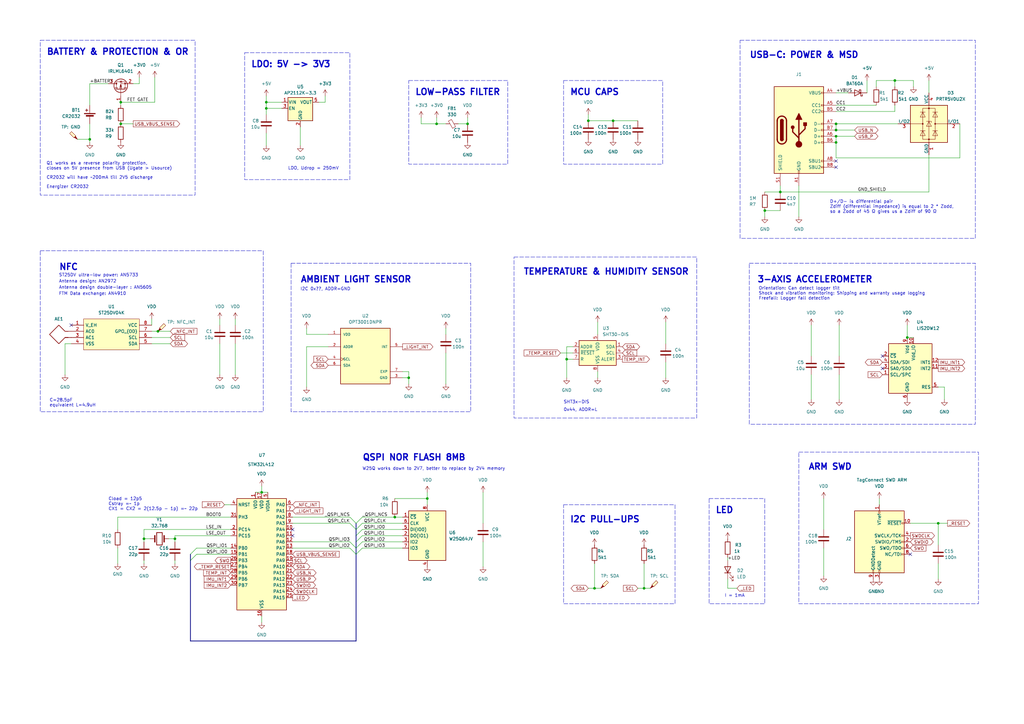
<source format=kicad_sch>
(kicad_sch (version 20230121) (generator eeschema)
  (paper "A3")
  (title_block (title "IoT Risk data logger") (date "2024-01-24"))
  (junction (at 264.16 241.3))
  (junction (at 36.83 57.15))
  (junction (at 342.9 50.8))
  (junction (at 49.53 50.8))
  (junction (at 175.26 204.47))
  (junction (at 109.22 41.91))
  (junction (at 49.53 41.91))
  (junction (at 243.84 241.3))
  (junction (at 384.81 214.63))
  (junction (at 161.925 212.09))
  (junction (at 232.41 147.32))
  (junction (at 320.04 78.74))
  (junction (at 342.9 55.88))
  (junction (at 241.3 49.53))
  (junction (at 367.03 33.02))
  (junction (at 107.315 201.93))
  (junction (at 64.77 135.89))
  (junction (at 179.07 50.8))
  (junction (at 313.69 86.36))
  (junction (at 251.46 49.53))
  (junction (at 342.9 58.42))
  (junction (at 372.11 138.43))
  (junction (at 71.755 220.98))
  (junction (at 59.055 220.98))
  (junction (at 342.9 53.34))
  (junction (at 167.64 154.94))
  (junction (at 191.77 50.8))
  (junction (at 109.22 44.45))
  (no_connect (at 120.015 219.71))
  (no_connect (at 120.015 217.17))
  (no_connect (at 29.21 133.35))
  (no_connect (at 342.9 68.58))
  (no_connect (at 361.95 146.05))
  (no_connect (at 361.95 151.13))
  (no_connect (at 373.38 227.33))
  (no_connect (at 342.9 66.04))
  (bus_entry (at 143.51 222.25) (size 2.54 2.54))
  (bus_entry (at 148.59 222.25) (size -2.54 2.54))
  (bus_entry (at 80.645 224.79) (size -2.54 2.54))
  (bus_entry (at 143.51 224.79) (size 2.54 2.54))
  (bus_entry (at 148.59 217.17) (size -2.54 2.54))
  (bus_entry (at 148.59 219.71) (size -2.54 2.54))
  (bus_entry (at 80.645 227.33) (size -2.54 2.54))
  (bus_entry (at 148.59 224.79) (size -2.54 2.54))
  (bus_entry (at 148.59 214.63) (size -2.54 2.54))
  (bus_entry (at 148.59 212.09) (size -2.54 2.54))
  (bus_entry (at 143.51 214.63) (size 2.54 2.54))
  (bus_entry (at 143.51 212.09) (size 2.54 2.54))
  (wire (pts (xy 48.26 212.09) (xy 94.615 212.09)))
  (wire (pts (xy 232.41 147.32) (xy 234.95 147.32)))
  (wire (pts (xy 107.315 255.27) (xy 107.315 252.73)))
  (wire (pts (xy 232.41 142.24) (xy 234.95 142.24)))
  (wire (pts (xy 266.7 241.3) (xy 264.16 241.3)))
  (wire (pts (xy 245.11 132.08) (xy 245.11 137.16)))
  (wire (pts (xy 182.88 144.78) (xy 182.88 157.48)))
  (wire (pts (xy 342.9 64.77) (xy 393.7 64.77)))
  (wire (pts (xy 71.755 219.71) (xy 71.755 220.98)))
  (bus (pts (xy 146.05 227.33) (xy 146.05 262.89)))
  (wire (pts (xy 49.53 43.18) (xy 49.53 41.91)))
  (wire (pts (xy 90.17 130.81) (xy 90.17 133.35)))
  (wire (pts (xy 120.015 222.25) (xy 143.51 222.25)))
  (wire (pts (xy 36.83 43.18) (xy 36.83 34.29)))
  (wire (pts (xy 384.81 214.63) (xy 373.38 214.63)))
  (wire (pts (xy 57.15 31.75) (xy 57.15 34.29)))
  (wire (pts (xy 251.46 49.53) (xy 261.62 49.53)))
  (wire (pts (xy 367.03 45.72) (xy 367.03 43.18)))
  (wire (pts (xy 342.9 50.8) (xy 368.3 50.8)))
  (wire (pts (xy 367.03 33.02) (xy 374.65 33.02)))
  (wire (pts (xy 298.45 228.6) (xy 298.45 229.87)))
  (wire (pts (xy 148.59 222.25) (xy 165.1 222.25)))
  (wire (pts (xy 360.68 204.47) (xy 360.68 207.01)))
  (wire (pts (xy 63.5 41.91) (xy 63.5 31.75)))
  (wire (pts (xy 355.6 33.02) (xy 355.6 38.1)))
  (wire (pts (xy 123.19 59.69) (xy 123.19 52.07)))
  (wire (pts (xy 359.41 33.02) (xy 359.41 35.56)))
  (wire (pts (xy 109.22 39.37) (xy 109.22 41.91)))
  (wire (pts (xy 367.03 33.02) (xy 367.03 35.56)))
  (wire (pts (xy 48.26 217.17) (xy 48.26 212.09)))
  (wire (pts (xy 148.59 224.79) (xy 165.1 224.79)))
  (wire (pts (xy 80.645 224.79) (xy 94.615 224.79)))
  (wire (pts (xy 54.61 34.29) (xy 57.15 34.29)))
  (wire (pts (xy 69.85 135.89) (xy 64.77 135.89)))
  (wire (pts (xy 320.04 76.2) (xy 320.04 78.74)))
  (wire (pts (xy 298.45 241.3) (xy 298.45 237.49)))
  (wire (pts (xy 59.055 217.17) (xy 94.615 217.17)))
  (wire (pts (xy 245.11 154.94) (xy 245.11 152.4)))
  (wire (pts (xy 36.83 34.29) (xy 44.45 34.29)))
  (wire (pts (xy 109.855 201.93) (xy 107.315 201.93)))
  (wire (pts (xy 172.72 50.8) (xy 179.07 50.8)))
  (wire (pts (xy 109.22 44.45) (xy 109.22 46.99)))
  (wire (pts (xy 125.73 137.16) (xy 125.73 134.62)))
  (wire (pts (xy 26.67 140.97) (xy 26.67 153.67)))
  (wire (pts (xy 109.22 41.91) (xy 109.22 44.45)))
  (wire (pts (xy 313.69 86.36) (xy 320.04 86.36)))
  (wire (pts (xy 232.41 154.94) (xy 232.41 147.32)))
  (wire (pts (xy 374.65 33.02) (xy 374.65 35.56)))
  (wire (pts (xy 59.055 222.25) (xy 59.055 220.98)))
  (wire (pts (xy 165.1 152.4) (xy 167.64 152.4)))
  (wire (pts (xy 62.23 130.81) (xy 62.23 133.35)))
  (wire (pts (xy 104.775 201.93) (xy 107.315 201.93)))
  (wire (pts (xy 182.88 134.62) (xy 182.88 137.16)))
  (wire (pts (xy 92.075 207.01) (xy 94.615 207.01)))
  (wire (pts (xy 31.75 57.15) (xy 36.83 57.15)))
  (wire (pts (xy 384.81 214.63) (xy 388.62 214.63)))
  (wire (pts (xy 372.11 133.35) (xy 372.11 138.43)))
  (wire (pts (xy 246.38 241.3) (xy 243.84 241.3)))
  (wire (pts (xy 384.81 223.52) (xy 384.81 214.63)))
  (wire (pts (xy 36.83 57.15) (xy 36.83 58.42)))
  (wire (pts (xy 327.66 88.9) (xy 327.66 76.2)))
  (bus (pts (xy 146.05 222.25) (xy 146.05 224.79)))
  (bus (pts (xy 78.105 229.87) (xy 78.105 262.89)))
  (wire (pts (xy 71.755 222.25) (xy 71.755 220.98)))
  (wire (pts (xy 71.755 219.71) (xy 94.615 219.71)))
  (wire (pts (xy 96.52 153.67) (xy 96.52 140.97)))
  (wire (pts (xy 337.82 204.47) (xy 337.82 217.17)))
  (wire (pts (xy 62.23 140.97) (xy 69.85 140.97)))
  (wire (pts (xy 187.96 50.8) (xy 191.77 50.8)))
  (wire (pts (xy 109.22 41.91) (xy 115.57 41.91)))
  (wire (pts (xy 90.17 153.67) (xy 90.17 140.97)))
  (wire (pts (xy 337.82 236.22) (xy 337.82 224.79)))
  (wire (pts (xy 62.23 138.43) (xy 69.85 138.43)))
  (wire (pts (xy 229.87 144.78) (xy 234.95 144.78)))
  (wire (pts (xy 130.81 41.91) (xy 133.35 41.91)))
  (wire (pts (xy 167.64 152.4) (xy 167.64 154.94)))
  (wire (pts (xy 273.05 132.08) (xy 273.05 140.97)))
  (wire (pts (xy 313.69 86.36) (xy 313.69 88.9)))
  (wire (pts (xy 198.12 214.63) (xy 198.12 201.93)))
  (wire (pts (xy 120.015 214.63) (xy 143.51 214.63)))
  (wire (pts (xy 344.17 153.67) (xy 344.17 163.83)))
  (wire (pts (xy 381 63.5) (xy 381 78.74)))
  (wire (pts (xy 148.59 217.17) (xy 165.1 217.17)))
  (wire (pts (xy 107.315 199.39) (xy 107.315 201.93)))
  (wire (pts (xy 148.59 214.63) (xy 165.1 214.63)))
  (wire (pts (xy 332.74 133.35) (xy 332.74 146.05)))
  (bus (pts (xy 146.05 224.79) (xy 146.05 227.33)))
  (wire (pts (xy 59.055 220.98) (xy 61.595 220.98)))
  (wire (pts (xy 64.77 135.89) (xy 62.23 135.89)))
  (wire (pts (xy 175.26 201.93) (xy 175.26 204.47)))
  (wire (pts (xy 36.83 50.8) (xy 36.83 57.15)))
  (wire (pts (xy 342.9 43.18) (xy 359.41 43.18)))
  (wire (pts (xy 332.74 163.83) (xy 332.74 153.67)))
  (bus (pts (xy 146.05 214.63) (xy 146.05 217.17)))
  (wire (pts (xy 232.41 147.32) (xy 232.41 142.24)))
  (bus (pts (xy 78.105 227.33) (xy 78.105 229.87)))
  (wire (pts (xy 49.53 50.8) (xy 54.61 50.8)))
  (wire (pts (xy 344.17 133.35) (xy 344.17 146.05)))
  (wire (pts (xy 125.73 142.24) (xy 134.62 142.24)))
  (bus (pts (xy 146.05 219.71) (xy 146.05 222.25)))
  (wire (pts (xy 179.07 48.26) (xy 179.07 50.8)))
  (wire (pts (xy 59.055 231.14) (xy 59.055 229.87)))
  (wire (pts (xy 320.04 78.74) (xy 381 78.74)))
  (wire (pts (xy 148.59 212.09) (xy 161.925 212.09)))
  (wire (pts (xy 241.3 241.3) (xy 243.84 241.3)))
  (wire (pts (xy 350.52 53.34) (xy 342.9 53.34)))
  (wire (pts (xy 313.69 78.74) (xy 320.04 78.74)))
  (wire (pts (xy 69.215 220.98) (xy 71.755 220.98)))
  (wire (pts (xy 384.81 231.14) (xy 384.81 237.49)))
  (wire (pts (xy 161.925 212.09) (xy 165.1 212.09)))
  (bus (pts (xy 78.105 262.89) (xy 146.05 262.89)))
  (wire (pts (xy 273.05 154.94) (xy 273.05 148.59)))
  (wire (pts (xy 372.11 138.43) (xy 374.65 138.43)))
  (wire (pts (xy 125.73 137.16) (xy 134.62 137.16)))
  (wire (pts (xy 71.755 231.14) (xy 71.755 229.87)))
  (wire (pts (xy 241.3 49.53) (xy 251.46 49.53)))
  (wire (pts (xy 80.645 227.33) (xy 94.615 227.33)))
  (wire (pts (xy 384.81 158.75) (xy 387.35 158.75)))
  (wire (pts (xy 302.26 241.3) (xy 298.45 241.3)))
  (wire (pts (xy 179.07 50.8) (xy 182.88 50.8)))
  (wire (pts (xy 120.015 212.09) (xy 143.51 212.09)))
  (wire (pts (xy 243.84 231.14) (xy 243.84 241.3)))
  (wire (pts (xy 49.53 41.91) (xy 63.5 41.91)))
  (wire (pts (xy 165.1 154.94) (xy 167.64 154.94)))
  (wire (pts (xy 133.35 39.37) (xy 133.35 41.91)))
  (wire (pts (xy 26.67 140.97) (xy 29.21 140.97)))
  (wire (pts (xy 172.72 48.26) (xy 172.72 50.8)))
  (wire (pts (xy 347.98 38.1) (xy 342.9 38.1)))
  (bus (pts (xy 146.05 217.17) (xy 146.05 219.71)))
  (wire (pts (xy 350.52 55.88) (xy 342.9 55.88)))
  (wire (pts (xy 59.055 217.17) (xy 59.055 220.98)))
  (wire (pts (xy 96.52 130.81) (xy 96.52 133.35)))
  (wire (pts (xy 342.9 64.77) (xy 342.9 58.42)))
  (wire (pts (xy 393.7 64.77) (xy 393.7 50.8)))
  (wire (pts (xy 48.26 231.14) (xy 48.26 224.79)))
  (wire (pts (xy 264.16 241.3) (xy 261.62 241.3)))
  (wire (pts (xy 342.9 45.72) (xy 367.03 45.72)))
  (wire (pts (xy 161.925 204.47) (xy 175.26 204.47)))
  (wire (pts (xy 109.22 59.69) (xy 109.22 54.61)))
  (wire (pts (xy 120.015 224.79) (xy 143.51 224.79)))
  (wire (pts (xy 264.16 231.14) (xy 264.16 241.3)))
  (wire (pts (xy 241.3 46.99) (xy 241.3 49.53)))
  (wire (pts (xy 381 33.02) (xy 381 38.1)))
  (wire (pts (xy 109.22 44.45) (xy 115.57 44.45)))
  (wire (pts (xy 198.12 232.41) (xy 198.12 222.25)))
  (wire (pts (xy 342.9 50.8) (xy 342.9 53.34)))
  (wire (pts (xy 387.35 158.75) (xy 387.35 163.83)))
  (wire (pts (xy 175.26 204.47) (xy 175.26 207.01)))
  (wire (pts (xy 359.41 33.02) (xy 367.03 33.02)))
  (wire (pts (xy 125.73 158.75) (xy 125.73 142.24)))
  (wire (pts (xy 191.77 50.8) (xy 191.77 48.26)))
  (wire (pts (xy 148.59 219.71) (xy 165.1 219.71)))
  (wire (pts (xy 167.64 154.94) (xy 167.64 157.48)))
  (wire (pts (xy 342.9 55.88) (xy 342.9 58.42)))
  (rectangle (start 231.14 207.01) (end 276.86 247.65) (stroke (width 0) (type dash)))
  (rectangle (start 119.38 107.95) (end 193.04 168.91) (stroke (width 0) (type dash)))
  (rectangle (start 231.14 33.02) (end 271.78 67.31) (stroke (width 0) (type dash)))
  (rectangle (start 303.53 16.51) (end 400.05 97.79) (stroke (width 0) (type dash)))
  (rectangle (start 290.83 204.47) (end 313.69 247.65) (stroke (width 0) (type dash)))
  (rectangle (start 401.32 163.83) (end 401.32 163.83))
  (rectangle (start 16.51 16.51) (end 80.01 80.01) (stroke (width 0) (type dash)))
  (rectangle (start 210.82 105.41) (end 285.75 171.45) (stroke (width 0) (type dash)))
  (rectangle (start 307.34 107.95) (end 400.05 173.99) (stroke (width 0) (type dash)))
  (rectangle (start 100.33 21.59) (end 143.51 73.66) (stroke (width 0) (type dash)))
  (rectangle (start 167.64 33.02) (end 208.28 67.31) (stroke (width 0) (type dash)))
  (rectangle (start 16.51 102.87) (end 107.95 168.91) (stroke (width 0) (type dash)))
  (rectangle (start 327.66 185.42) (end 401.32 247.65) (stroke (width 0) (type dash)))
  (text "BATTERY & PROTECTION & OR" (at 19.05 22.86 0) (effects (font (size 2.54 2.54) (thickness 0.508) bold) (justify left bottom)))
  (text "CR2032 will have ~200mA till 2V5 discharge" (at 19.05 73.66 0) (effects (font (size 1.27 1.27)) (justify left bottom)))
  (text "С=28.5pF\nequivalent L=4.9uH" (at 20.32 167.005 0) (effects (font (size 1.27 1.27)) (justify left bottom)))
  (text "TEMPERATURE & HUMIDITY SENSOR\n" (at 214.63 113.03 0) (effects (font (size 2.54 2.54) (thickness 0.508) bold) (justify left bottom)))
  (text "ST25DV ultra-low power: AN5733" (at 24.13 113.665 0) (effects (font (size 1.27 1.27)) (justify left bottom)))
  (text "LDO, Udrop = 250mV" (at 118.11 69.85 0) (effects (font (size 1.27 1.27)) (justify left bottom)))
  (text "LED" (at 293.37 210.82 0) (effects (font (size 2.54 2.54) (thickness 0.508) bold) (justify left bottom)))
  (text "Q1 works as a reverse polarity protection,\ncloses on 5V presence from USB (Ugate > Usource)" (at 19.05 69.85 0) (effects (font (size 1.27 1.27)) (justify left bottom)))
  (text "QSPI NOR FLASH 8MB" (at 148.59 189.23 0) (effects (font (size 2.54 2.54) (thickness 0.508) bold) (justify left bottom)))
  (text "Antenna design double-layer : AN5605" (at 24.13 118.745 0) (effects (font (size 1.27 1.27)) (justify left bottom)))
  (text "FTM Data exchange: AN4910" (at 24.13 121.285 0) (effects (font (size 1.27 1.27)) (justify left bottom)))
  (text "3-AXIS ACCELEROMETER" (at 310.515 116.205 0) (effects (font (size 2.54 2.54) (thickness 0.508) bold) (justify left bottom)))
  (text "D+/D- is differential pair\nZdiff (differential impedance) is equal to 2 * Zodd,\nso a Zodd of 45 Ω gives us a Zdiff of 90 Ω" (at 340.36 87.63 0) (effects (font (size 1.27 1.27)) (justify left bottom)))
  (text "0x44, ADDR=L" (at 231.14 168.91 0) (effects (font (size 1.27 1.27)) (justify left bottom)))
  (text "Antenna design: AN2972" (at 24.13 116.205 0) (effects (font (size 1.27 1.27)) (justify left bottom)))
  (text "W25Q works down to 2V7, better to replace by 2V4 memory" (at 148.59 193.04 0) (effects (font (size 1.27 1.27)) (justify left bottom)))
  (text "Cload = 12p5\nCstray =~ 1p\nCX1 = CX2 = 2(12.5p - 1p) =~ 22p" (at 44.45 209.55 0) (effects (font (size 1.27 1.27)) (justify left bottom)))
  (text "ARM SWD" (at 331.47 193.04 0) (effects (font (size 2.54 2.54) (thickness 0.508) bold) (justify left bottom)))
  (text "USB-C: POWER & MSD" (at 307.34 24.13 0) (effects (font (size 2.54 2.54) (thickness 0.508) bold) (justify left bottom)))
  (text "AMBIENT LIGHT SENSOR\n" (at 123.19 116.205 0) (effects (font (size 2.54 2.54) (thickness 0.508) bold) (justify left bottom)))
  (text "SHT3x-DIS" (at 231.14 165.735 0) (effects (font (size 1.27 1.27)) (justify left bottom)))
  (text "Orientation: Can detect logger tilt\nShock and vibration monitoring: Shipping and warranty usage logging\nFreefall: Logger fall detection" (at 311.15 123.19 0) (effects (font (size 1.27 1.27)) (justify left bottom)))
  (text "I = 1mA " (at 297.18 245.11 0) (effects (font (size 1.27 1.27)) (justify left bottom)))
  (text "I2C 0x??, ADDR=GND" (at 123.19 119.38 0) (effects (font (size 1.27 1.27)) (justify left bottom)))
  (text "LOW-PASS FILTER" (at 170.18 39.37 0) (effects (font (size 2.54 2.54) (thickness 0.508) bold) (justify left bottom)))
  (text "I2C PULL-UPS" (at 233.68 214.63 0) (effects (font (size 2.54 2.54) (thickness 0.508) bold) (justify left bottom)))
  (text "Energizer CR2032" (at 19.05 77.47 0) (effects (font (size 1.27 1.27)) (justify left bottom)))
  (text "NFC\n" (at 24.13 111.125 0) (effects (font (size 2.54 2.54) (thickness 0.508) bold) (justify left bottom)))
  (text "LDO: 5V -> 3V3" (at 102.87 27.94 0) (effects (font (size 2.54 2.54) (thickness 0.508) bold) (justify left bottom)))
  (text "MCU CAPS" (at 233.68 39.37 0) (effects (font (size 2.54 2.54) (thickness 0.508) bold) (justify left bottom)))
  (label "QSPI_CLK" (at 149.225 214.63 0))
  (label "FET GATE" (at 52.07 41.91 0))
  (label "QSPI_IO2" (at 143.51 224.79 180))
  (label "QSPI_IO0" (at 93.345 227.33 180))
  (label "LSE_IN" (at 84.455 217.17 0))
  (label "_QSPI_NCS" (at 143.51 212.09 180))
  (label "GND_SHIELD" (at 351.79 78.74 0))
  (label "+BATTERY" (at 36.83 34.29 0))
  (label "QSPI_IO1" (at 149.225 219.71 0))
  (label "QSPI_CLK" (at 143.51 214.63 180))
  (label "QSPI_IO0" (at 149.225 217.17 0))
  (label "CC2" (at 342.9 45.72 0))
  (label "QSPI_IO1" (at 93.345 224.79 180))
  (label "LSE_OUT" (at 84.455 219.71 0))
  (label "QSPI_IO3" (at 149.225 224.79 0))
  (label "CC1" (at 342.9 43.18 0))
  (label "+LED" (at 298.45 229.87 0))
  (label "BOOT0" (at 84.455 212.09 0))
  (label "+VBUS" (at 342.9 38.1 0))
  (label "QSPI_IO3" (at 143.51 222.25 180))
  (label "_QSPI_NCS" (at 148.59 212.09 0))
  (label "QSPI_IO2" (at 149.225 222.25 0))
  (global_label "SWO" (shape output) (at 94.615 229.87 180) (property "Intersheetrefs" "${INTERSHEET_REFS}" (effects hide)))
  (global_label "_LIGHT_INT" (shape output) (at 165.1 142.24 0) (property "Intersheetrefs" "${INTERSHEET_REFS}" (effects hide)))
  (global_label "SWDCLK" (shape output) (at 373.38 219.71 0) (property "Intersheetrefs" "${INTERSHEET_REFS}" (effects hide)))
  (global_label "SCL" (shape input) (at 69.85 138.43 0) (property "Intersheetrefs" "${INTERSHEET_REFS}" (effects hide)))
  (global_label "SCL" (shape input) (at 255.27 144.78 0) (property "Intersheetrefs" "${INTERSHEET_REFS}" (effects hide)))
  (global_label "SDA" (shape bidirectional) (at 361.95 148.59 180) (property "Intersheetrefs" "${INTERSHEET_REFS}" (effects hide)))
  (global_label "_RESET" (shape input) (at 92.075 207.01 180) (property "Intersheetrefs" "${INTERSHEET_REFS}" (effects hide)))
  (global_label "SCL" (shape output) (at 120.015 229.87 0) (property "Intersheetrefs" "${INTERSHEET_REFS}" (effects hide)))
  (global_label "TEMP_INT" (shape input) (at 94.615 234.95 180) (property "Intersheetrefs" "${INTERSHEET_REFS}" (effects hide)))
  (global_label "SDA" (shape bidirectional) (at 255.27 142.24 0) (property "Intersheetrefs" "${INTERSHEET_REFS}" (effects hide)))
  (global_label "SCL" (shape input) (at 261.62 241.3 180) (property "Intersheetrefs" "${INTERSHEET_REFS}" (effects hide)))
  (global_label "_RESET" (shape output) (at 388.62 214.63 0) (property "Intersheetrefs" "${INTERSHEET_REFS}" (effects hide)))
  (global_label "_LIGHT_INT" (shape input) (at 120.015 209.55 0) (property "Intersheetrefs" "${INTERSHEET_REFS}" (effects hide)))
  (global_label "USB_N" (shape bidirectional) (at 350.52 53.34 0) (property "Intersheetrefs" "${INTERSHEET_REFS}" (effects hide)))
  (global_label "_LED" (shape input) (at 302.26 241.3 0) (property "Intersheetrefs" "${INTERSHEET_REFS}" (effects hide)))
  (global_label "USB_P" (shape bidirectional) (at 350.52 55.88 0) (property "Intersheetrefs" "${INTERSHEET_REFS}" (effects hide)))
  (global_label "USB_N" (shape bidirectional) (at 120.015 234.95 0) (property "Intersheetrefs" "${INTERSHEET_REFS}" (effects hide)))
  (global_label "IMU_INT1" (shape input) (at 94.615 237.49 180) (property "Intersheetrefs" "${INTERSHEET_REFS}" (effects hide)))
  (global_label "_NFC_INT" (shape input) (at 69.85 135.89 0) (property "Intersheetrefs" "${INTERSHEET_REFS}" (effects hide)))
  (global_label "USB_P" (shape bidirectional) (at 120.015 237.49 0) (property "Intersheetrefs" "${INTERSHEET_REFS}" (effects hide)))
  (global_label "SDA" (shape bidirectional) (at 120.015 232.41 0) (property "Intersheetrefs" "${INTERSHEET_REFS}" (effects hide)))
  (global_label "SDA" (shape bidirectional) (at 134.62 149.86 180) (property "Intersheetrefs" "${INTERSHEET_REFS}" (effects hide)))
  (global_label "_NFC_INT" (shape input) (at 120.015 207.01 0) (property "Intersheetrefs" "${INTERSHEET_REFS}" (effects hide)))
  (global_label "SDA" (shape bidirectional) (at 241.3 241.3 180) (property "Intersheetrefs" "${INTERSHEET_REFS}" (effects hide)))
  (global_label "_TEMP_RESET" (shape output) (at 94.615 232.41 180) (property "Intersheetrefs" "${INTERSHEET_REFS}" (effects hide)))
  (global_label "_TEMP_RESET" (shape input) (at 229.87 144.78 180) (property "Intersheetrefs" "${INTERSHEET_REFS}" (effects hide)))
  (global_label "_LED" (shape output) (at 120.015 245.11 0) (property "Intersheetrefs" "${INTERSHEET_REFS}" (effects hide)))
  (global_label "SWDIO" (shape bidirectional) (at 120.015 240.03 0) (property "Intersheetrefs" "${INTERSHEET_REFS}" (effects hide)))
  (global_label "IMU_INT1" (shape output) (at 384.81 148.59 0) (property "Intersheetrefs" "${INTERSHEET_REFS}" (effects hide)))
  (global_label "SCL" (shape input) (at 134.62 147.32 180) (property "Intersheetrefs" "${INTERSHEET_REFS}" (effects hide)))
  (global_label "SWDIO" (shape bidirectional) (at 373.38 222.25 0) (property "Intersheetrefs" "${INTERSHEET_REFS}" (effects hide)))
  (global_label "SDA" (shape bidirectional) (at 69.85 140.97 0) (property "Intersheetrefs" "${INTERSHEET_REFS}" (effects hide)))
  (global_label "SCL" (shape input) (at 361.95 153.67 180) (property "Intersheetrefs" "${INTERSHEET_REFS}" (effects hide)))
  (global_label "USB_VBUS_SENSE" (shape output) (at 54.61 50.8 0) (property "Intersheetrefs" "${INTERSHEET_REFS}" (effects hide)))
  (global_label "IMU_INT2" (shape input) (at 94.615 240.03 180) (property "Intersheetrefs" "${INTERSHEET_REFS}" (effects hide)))
  (global_label "TEMP_INT" (shape output) (at 255.27 147.32 0) (property "Intersheetrefs" "${INTERSHEET_REFS}" (effects hide)))
  (global_label "USB_VBUS_SENSE" (shape input) (at 120.015 227.33 0) (property "Intersheetrefs" "${INTERSHEET_REFS}" (effects hide)))
  (global_label "IMU_INT2" (shape output) (at 384.81 151.13 0) (property "Intersheetrefs" "${INTERSHEET_REFS}" (effects hide)))
  (global_label "SWO" (shape input) (at 373.38 224.79 0) (property "Intersheetrefs" "${INTERSHEET_REFS}" (effects hide)))
  (global_label "SWDCLK" (shape input) (at 120.015 242.57 0) (property "Intersheetrefs" "${INTERSHEET_REFS}" (effects hide)))
  (symbol (lib_id "power:GND") (at 372.11 163.83 0) (unit 1)
    (property "Reference" "#PWR024" (effects hide))
    (property "Value" "GND" (at 372.11 168.91 0))
  )
  (symbol (lib_id "Device:C") (at 337.82 220.98 0) (unit 1)
    (property "Reference" "C18" (at 331.47 219.71 0) (effects (justify left)))
    (property "Value" "100n" (at 330.2 222.25 0) (effects (justify left)))
    (property "Footprint" "Capacitor_SMD:C_0603_1608Metric_Pad1.08x0.95mm_HandSolder" (effects hide))
    (property "Manufacturer" " Samsung Electro-Mechanics" (effects hide))
    (property "Mfr. Part #" "CL10B104KB8NNNC" (effects hide))
    (property "LCSC Part #" "C1591" (effects hide))
    (property "LCSC URL" "https://www.lcsc.com/product-detail/Multilayer-Ceramic-Capacitors-MLCC-SMD-SMT_Samsung-Electro-Mechanics-CL10B104KB8NNNC_C1591.html" (effects hide))
  )
  (symbol (lib_id "Device:C") (at 332.74 149.86 0) (unit 1)
    (property "Reference" "C5" (at 327.025 148.59 0) (effects (justify left)))
    (property "Value" "10u" (at 326.39 151.13 0) (effects (justify left)))
    (property "Footprint" "Capacitor_SMD:C_0805_2012Metric_Pad1.18x1.45mm_HandSolder" (effects hide))
    (property "Manufacturer" "Samsung Electro-Mechanics" (effects hide))
    (property "Mfr. Part #" "CL21A106KOQNNNE" (effects hide))
    (property "LCSC Part #" "C1713" (effects hide))
    (property "LCSC URL" "https://www.lcsc.com/product-detail/Multilayer-Ceramic-Capacitors-MLCC-SMD-SMT_Samsung-Electro-Mechanics-CL21A106KOQNNNE_C1713.html" (effects hide))
  )
  (symbol (lib_id "Device:C") (at 344.17 149.86 0) (unit 1)
    (property "Reference" "C6" (at 337.82 148.59 0) (effects (justify left)))
    (property "Value" "100n" (at 336.55 151.13 0) (effects (justify left)))
    (property "Footprint" "Capacitor_SMD:C_0603_1608Metric_Pad1.08x0.95mm_HandSolder" (effects hide))
    (property "Manufacturer" " Samsung Electro-Mechanics" (effects hide))
    (property "Mfr. Part #" "CL10B104KB8NNNC" (effects hide))
    (property "LCSC Part #" "C1591" (effects hide))
    (property "LCSC URL" "https://www.lcsc.com/product-detail/Multilayer-Ceramic-Capacitors-MLCC-SMD-SMT_Samsung-Electro-Mechanics-CL10B104KB8NNNC_C1591.html" (effects hide))
  )
  (symbol (lib_id "power:GND") (at 337.82 236.22 0) (mirror y) (unit 1)
    (property "Reference" "#PWR054" (effects hide))
    (property "Value" "GND" (at 337.82 241.3 0))
  )
  (symbol (lib_id "Power_Protection:PRTR5V0U2X") (at 381 50.8 0) (mirror y) (unit 1)
    (property "Reference" "D3" (at 389.89 38.1 0))
    (property "Value" "PRTR5V0U2X" (at 389.89 40.64 0))
    (property "Footprint" "Package_TO_SOT_SMD:SOT-143" (effects hide))
    (property "Datasheet" "https://assets.nexperia.com/documents/data-sheet/PRTR5V0U2X.pdf" (effects hide))
    (property "Manufacturer" "TECH PUBLIC" (effects hide))
    (property "Mfr. Part #" "PRTR5V0U2X" (effects hide))
    (property "LCSC Part #" "C2827688" (effects hide))
    (property "LCSC URL" "https://www.lcsc.com/product-detail/ESD-Protection-Devices_TECH-PUBLIC-PRTR5V0U2X_C2827688.html" (effects hide))
  )
  (symbol (lib_name "GND_1") (lib_id "power:GND") (at 107.315 255.27 0) (unit 1)
    (property "Reference" "#PWR052" (effects hide))
    (property "Value" "GND" (at 107.315 260.35 0))
  )
  (symbol (lib_id "Connector:TestPoint_Probe") (at 31.75 57.15 90) (unit 1) (in_bom no)
    (property "Reference" "TP3" (effects hide))
    (property "Value" "TP: GND" (at 33.02 52.07 90) (effects (justify left)))
    (property "Footprint" "TestPoint:TestPoint_THTPad_D1.5mm_Drill0.7mm" (effects hide))
  )
  (symbol (lib_id "power:GND") (at 261.62 57.15 0) (mirror y) (unit 1)
    (property "Reference" "#PWR044" (effects hide))
    (property "Value" "GND" (at 261.62 62.23 0))
  )
  (symbol (lib_id "power:GND") (at 48.26 231.14 0) (mirror y) (unit 1)
    (property "Reference" "#PWR045" (effects hide))
    (property "Value" "GND" (at 48.26 235.458 0))
  )
  (symbol (lib_id "Device:Antenna_Loop") (at 24.13 138.43 90) (unit 1) (in_bom no)
    (property "Reference" "AE1" (at 24.13 130.81 90))
    (property "Value" "Antenna_Loop" (effects hide))
    (property "Footprint" "RF_Antenna:NFC_20x40" (effects hide))
  )
  (symbol (lib_id "power:GND") (at 36.83 58.42 0) (mirror y) (unit 1)
    (property "Reference" "#PWR058" (effects hide))
    (property "Value" "GND" (at 36.83 63.5 0))
  )
  (symbol (lib_id "power:GND") (at 273.05 154.94 0) (mirror y) (unit 1)
    (property "Reference" "#PWR019" (effects hide))
    (property "Value" "GND" (at 273.05 160.02 0))
  )
  (symbol (lib_id "Device:Q_PMOS_GSD") (at 49.53 36.83 90) (unit 1)
    (property "Reference" "Q1" (at 49.53 26.67 90))
    (property "Value" "IRLML6401" (at 49.53 29.21 90))
    (property "Footprint" "Package_TO_SOT_SMD:SOT-23" (effects hide))
    (property "Manufacturer" "Infineon" (effects hide))
    (property "Mfr. Part #" "IRLML6401TRPBF" (effects hide))
    (property "LCSC Part #" "C3034" (effects hide))
    (property "LCSC URL" "https://www.lcsc.com/product-detail/MOSFETs_Infineon-Technologies-IRLML6401TRPBF_C3034.html" (effects hide))
  )
  (symbol (lib_id "OPT3001DNPR:OPT3001DNPR") (at 149.86 147.32 0) (unit 1)
    (property "Reference" "U2" (at 149.86 129.54 0))
    (property "Value" "OPT3001DNPR" (at 149.86 132.08 0))
    (property "Footprint" "Personal:SON65P200X200X65-7N" (effects hide))
    (property "Manufacturer" "Texas Instruments" (effects hide))
    (property "Mfr. Part #" "OPT3001DNPR" (effects hide))
    (property "LCSC Part #" "C90462" (effects hide))
    (property "LCSC URL" "https://www.lcsc.com/product-detail/Ambient-Light-Sensors_Texas-Instruments-OPT3001DNPR_C90462.html" (effects hide))
  )
  (symbol (lib_id "Sensor_Motion:LIS2DE12") (at 372.11 151.13 0) (unit 1)
    (property "Reference" "U4" (at 375.92 132.08 0) (effects (justify left)))
    (property "Value" "LIS2DW12" (at 375.92 134.62 0) (effects (justify left)))
    (property "Footprint" "Package_LGA:LGA-12_2x2mm_P0.5mm" (effects hide))
    (property "Datasheet" "https://datasheet.lcsc.com/lcsc/1810010032_STMicroelectronics-LIS2DW12TR_C189624.pdf" (effects hide))
    (property "Manufacturer" "STMicroelectronics" (effects hide))
    (property "Mfr. Part #" "LIS2DW12TR" (effects hide))
    (property "LCSC Part #" "C189624" (effects hide))
    (property "LCSC URL" "https://www.lcsc.com/product-detail/Attitude-Sensor-Gyroscope_STMicroelectronics-LIS2DW12TR_C189624.html" (effects hide))
  )
  (symbol (lib_id "Device:FerriteBead_Small") (at 185.42 50.8 90) (mirror x) (unit 1)
    (property "Reference" "FB1" (at 185.3819 44.45 90))
    (property "Value" "330" (at 185.3819 46.99 90))
    (property "Footprint" "Resistor_SMD:R_0805_2012Metric_Pad1.20x1.40mm_HandSolder" (effects hide))
    (property "Manufacturer" "Murata" (effects hide))
    (property "Mfr. Part #" "BLM21PG331SN1D" (effects hide))
    (property "LCSC Part #" "C47130" (effects hide))
    (property "LCSC URL" "https://www.lcsc.com/product-detail/Ferrite-Beads_Murata-Electronics-BLM21PG331SN1D_C74764.html" (effects hide))
  )
  (symbol (lib_id "power:+3V3") (at 172.72 48.26 0) (unit 1)
    (property "Reference" "#PWR043" (effects hide))
    (property "Value" "+3V3" (at 172.72 43.18 0))
  )
  (symbol (lib_id "ST25DV64K-IER8T3:ST25DV64K-IER8T3") (at 29.21 133.35 0) (unit 1)
    (property "Reference" "U1" (at 45.72 125.73 0))
    (property "Value" "ST25DV04K" (at 45.72 128.27 0))
    (property "Footprint" "Package_SO:TSSOP-8_4.4x3mm_P0.65mm" (effects hide))
    (property "Datasheet" "https://datasheet.lcsc.com/lcsc/2304140030_STMicroelectronics-ST25DV04K-IER6T3_C2654816.pdf" (effects hide))
    (property "Manufacturer" "STMicroelectronics" (effects hide))
    (property "Mfr. Part #" "ST25DV04K-IER6T3" (effects hide))
    (property "LCSC Part #" "C2654816" (effects hide))
    (property "LCSC URL" "https://www.lcsc.com/product-detail/RF-Chips_STMicroelectronics-ST25DV04K-IER6T3_C2654816.html" (effects hide))
  )
  (symbol (lib_id "Device:C") (at 320.04 82.55 0) (unit 1)
    (property "Reference" "C10" (at 322.58 81.28 0) (effects (justify left)))
    (property "Value" "4n7" (at 322.58 83.82 0) (effects (justify left)))
    (property "Footprint" "Capacitor_SMD:C_0603_1608Metric_Pad1.08x0.95mm_HandSolder" (effects hide))
    (property "Manufacturer" "Samsung Electro-Mechanics" (effects hide))
    (property "Mfr. Part #" "CL10B472KB8NNNC" (effects hide))
    (property "LCSC Part #" "C1621" (effects hide))
    (property "LCSC URL" "https://www.lcsc.com/product-detail/Multilayer-Ceramic-Capacitors-MLCC-SMD-SMT_Samsung-Electro-Mechanics-CL10B472KB8NNNC_C1621.html" (effects hide))
  )
  (symbol (lib_id "power:+3V0") (at 179.07 48.26 0) (mirror y) (unit 1)
    (property "Reference" "#PWR053" (effects hide))
    (property "Value" "+3V0" (at 179.07 43.18 0))
  )
  (symbol (lib_id "power:GND") (at 374.65 35.56 0) (unit 1)
    (property "Reference" "#PWR030" (effects hide))
    (property "Value" "GND" (at 374.65 40.64 0))
  )
  (symbol (lib_id "Device:R") (at 359.41 39.37 0) (unit 1)
    (property "Reference" "R1" (at 363.22 38.1 0) (effects (justify right)))
    (property "Value" "5k1" (at 364.49 40.64 0) (effects (justify right)))
    (property "Footprint" "Resistor_SMD:R_0603_1608Metric_Pad0.98x0.95mm_HandSolder" (effects hide))
    (property "Manufacturer" "YAGEO" (effects hide))
    (property "Mfr. Part #" "RC0603JR-075K1L" (effects hide))
    (property "LCSC Part #" "C14677" (effects hide))
    (property "LCSC URL" "https://www.lcsc.com/product-detail/Chip-Resistor-Surface-Mount_YAGEO-RC0603JR-075K1L_C14677.html" (effects hide))
  )
  (symbol (lib_id "power:VDD") (at 360.68 204.47 0) (unit 1)
    (property "Reference" "#PWR031" (effects hide))
    (property "Value" "VDD" (at 360.68 199.39 0))
  )
  (symbol (lib_id "power:GND") (at 191.77 58.42 0) (mirror y) (unit 1)
    (property "Reference" "#PWR048" (effects hide))
    (property "Value" "GND" (at 191.77 63.5 0))
  )
  (symbol (lib_id "Connector:TestPoint_Probe") (at 266.7 241.3 0) (unit 1) (in_bom no)
    (property "Reference" "TP2" (effects hide))
    (property "Value" "TP: SCL" (at 266.7 236.22 0) (effects (justify left)))
    (property "Footprint" "TestPoint:TestPoint_THTPad_D1.5mm_Drill0.7mm" (effects hide))
  )
  (symbol (lib_id "power:VDD") (at 372.11 133.35 0) (unit 1)
    (property "Reference" "#PWR04" (effects hide))
    (property "Value" "VDD" (at 372.11 128.27 0))
  )
  (symbol (lib_id "Device:C") (at 273.05 144.78 0) (mirror y) (unit 1)
    (property "Reference" "C4" (at 279.4 143.51 0) (effects (justify left)))
    (property "Value" "100n" (at 280.67 146.05 0) (effects (justify left)))
    (property "Footprint" "Capacitor_SMD:C_0603_1608Metric_Pad1.08x0.95mm_HandSolder" (effects hide))
    (property "Manufacturer" " Samsung Electro-Mechanics" (effects hide))
    (property "Mfr. Part #" "CL10B104KB8NNNC" (effects hide))
    (property "LCSC Part #" "C1591" (effects hide))
    (property "LCSC URL" "https://www.lcsc.com/product-detail/Multilayer-Ceramic-Capacitors-MLCC-SMD-SMT_Samsung-Electro-Mechanics-CL10B104KB8NNNC_C1591.html" (effects hide))
  )
  (symbol (lib_id "Device:C") (at 96.52 137.16 0) (mirror y) (unit 1)
    (property "Reference" "C2" (at 102.87 135.89 0) (effects (justify left)))
    (property "Value" "100n" (at 104.14 138.43 0) (effects (justify left)))
    (property "Footprint" "Capacitor_SMD:C_0603_1608Metric_Pad1.08x0.95mm_HandSolder" (effects hide))
    (property "Manufacturer" " Samsung Electro-Mechanics" (effects hide))
    (property "Mfr. Part #" "CL10B104KB8NNNC" (effects hide))
    (property "LCSC Part #" "C1591" (effects hide))
    (property "LCSC URL" "https://www.lcsc.com/product-detail/Multilayer-Ceramic-Capacitors-MLCC-SMD-SMT_Samsung-Electro-Mechanics-CL10B104KB8NNNC_C1591.html" (effects hide))
  )
  (symbol (lib_id "power:GND") (at 26.67 153.67 0) (unit 1)
    (property "Reference" "#PWR012" (effects hide))
    (property "Value" "GND" (at 26.67 158.75 0))
  )
  (symbol (lib_id "Device:C") (at 90.17 137.16 0) (unit 1)
    (property "Reference" "C1" (at 84.455 135.89 0) (effects (justify left)))
    (property "Value" "10u" (at 83.82 138.43 0) (effects (justify left)))
    (property "Footprint" "Capacitor_SMD:C_0805_2012Metric_Pad1.18x1.45mm_HandSolder" (effects hide))
    (property "Manufacturer" "Samsung Electro-Mechanics" (effects hide))
    (property "Mfr. Part #" "CL21A106KOQNNNE" (effects hide))
    (property "LCSC Part #" "C1713" (effects hide))
    (property "LCSC URL" "https://www.lcsc.com/product-detail/Multilayer-Ceramic-Capacitors-MLCC-SMD-SMT_Samsung-Electro-Mechanics-CL21A106KOQNNNE_C1713.html" (effects hide))
  )
  (symbol (lib_id "Device:C") (at 182.88 140.97 0) (mirror y) (unit 1)
    (property "Reference" "C3" (at 189.23 139.7 0) (effects (justify left)))
    (property "Value" "100n" (at 190.5 142.24 0) (effects (justify left)))
    (property "Footprint" "Capacitor_SMD:C_0603_1608Metric_Pad1.08x0.95mm_HandSolder" (effects hide))
    (property "Manufacturer" " Samsung Electro-Mechanics" (effects hide))
    (property "Mfr. Part #" "CL10B104KB8NNNC" (effects hide))
    (property "LCSC Part #" "C1591" (effects hide))
    (property "LCSC URL" "https://www.lcsc.com/product-detail/Multilayer-Ceramic-Capacitors-MLCC-SMD-SMT_Samsung-Electro-Mechanics-CL10B104KB8NNNC_C1591.html" (effects hide))
  )
  (symbol (lib_id "power:GND") (at 241.3 57.15 0) (mirror y) (unit 1)
    (property "Reference" "#PWR047" (effects hide))
    (property "Value" "GND" (at 241.3 62.23 0))
  )
  (symbol (lib_id "power:GND") (at 71.755 231.14 0) (unit 1)
    (property "Reference" "#PWR050" (effects hide))
    (property "Value" "GND" (at 71.755 236.22 0))
  )
  (symbol (lib_id "Device:C") (at 251.46 53.34 0) (unit 1)
    (property "Reference" "C13" (at 245.11 52.07 0) (effects (justify left)))
    (property "Value" "100n" (at 243.84 54.61 0) (effects (justify left)))
    (property "Footprint" "Capacitor_SMD:C_0603_1608Metric_Pad1.08x0.95mm_HandSolder" (effects hide))
    (property "Manufacturer" " Samsung Electro-Mechanics" (effects hide))
    (property "Mfr. Part #" "CL10B104KB8NNNC" (effects hide))
    (property "LCSC Part #" "C1591" (effects hide))
    (property "LCSC URL" "https://www.lcsc.com/product-detail/Multilayer-Ceramic-Capacitors-MLCC-SMD-SMT_Samsung-Electro-Mechanics-CL10B104KB8NNNC_C1591.html" (effects hide))
  )
  (symbol (lib_id "power:GND") (at 251.46 57.15 0) (mirror y) (unit 1)
    (property "Reference" "#PWR046" (effects hide))
    (property "Value" "GND" (at 251.46 62.23 0))
  )
  (symbol (lib_id "power:VDD") (at 332.74 133.35 0) (unit 1)
    (property "Reference" "#PWR01" (effects hide))
    (property "Value" "VDD" (at 332.74 128.27 0))
  )
  (symbol (lib_id "MCU_ST_STM32L4:STM32L412K8Tx") (at 107.315 227.33 0) (unit 1)
    (property "Reference" "U7" (at 106.045 186.69 0) (effects (justify left)))
    (property "Value" "STM32L412" (at 101.6 190.5 0) (effects (justify left)))
    (property "Footprint" "Package_QFP:LQFP-32_7x7mm_P0.8mm" (effects hide))
    (property "Datasheet" "https://www.st.com/resource/en/datasheet/stm32l412k8.pdf" (effects hide))
    (property "Manufacturer" "STMicroelectronics" (effects hide))
    (property "Mfr. Part #" "STM32L412KBT6" (effects hide))
    (property "LCSC Part #" "C529438" (effects hide))
    (property "LCSC URL" "https://www.lcsc.com/product-detail/Microcontroller-Units-MCUs-MPUs-SOCs_STMicroelectronics-STM32L412KBT6_C529438.html" (effects hide))
  )
  (symbol (lib_id "power:GND") (at 182.88 157.48 0) (mirror y) (unit 1)
    (property "Reference" "#PWR016" (effects hide))
    (property "Value" "GND" (at 182.88 162.56 0))
  )
  (symbol (lib_id "Connector:Conn_ARM_JTAG_SWD_10") (at 360.68 222.25 0) (unit 1) (in_bom no)
    (property "Reference" "J2" (at 349.25 220.98 0) (effects (justify right)))
    (property "Value" "TagConnect SWD ARM" (at 372.11 196.85 0) (effects (justify right)))
    (property "Footprint" "Connector:Tag-Connect_TC2050-IDC-NL_2x05_P1.27mm_Vertical_with_bottom_clip" (effects hide))
    (property "Datasheet" "http://infocenter.arm.com/help/topic/com.arm.doc.ddi0314h/DDI0314H_coresight_components_trm.pdf" (effects hide))
  )
  (symbol (lib_id "power:VDD") (at 264.16 223.52 0) (unit 1)
    (property "Reference" "#PWR033" (effects hide))
    (property "Value" "VDD" (at 264.16 218.44 0))
  )
  (symbol (lib_id "Device:R") (at 161.925 208.28 0) (mirror x) (unit 1)
    (property "Reference" "R6" (at 159.385 204.47 0) (effects (justify right)))
    (property "Value" "10k" (at 159.385 207.01 0) (effects (justify right)))
    (property "Footprint" "Resistor_SMD:R_0603_1608Metric_Pad0.98x0.95mm_HandSolder" (effects hide))
    (property "Manufacturer" "YAGEO" (effects hide))
    (property "Mfr. Part #" "RC0603FR-0710KL" (effects hide))
    (property "LCSC Part #" "C98220" (effects hide))
    (property "LCSC URL" "https://www.lcsc.com/product-detail/Chip-Resistor-Surface-Mount_YAGEO-RC0603FR-0710KL_C98220.html" (effects hide))
  )
  (symbol (lib_id "power:VDD") (at 107.315 199.39 0) (unit 1)
    (property "Reference" "#PWR023" (effects hide))
    (property "Value" "VDD" (at 107.315 194.31 0))
  )
  (symbol (lib_id "Device:Crystal") (at 65.405 220.98 0) (unit 1)
    (property "Reference" "Y1" (at 65.405 213.106 0))
    (property "Value" "32.768" (at 65.405 215.646 0))
    (property "Footprint" "Crystal:Crystal_SMD_EuroQuartz_EQ161-2Pin_3.2x1.5mm" (effects hide))
    (property "Manufacturer" "Seiko" (effects hide))
    (property "Mfr. Part #" "SC-32S32.768kHz20PPM12.5pF" (effects hide))
    (property "LCSC Part #" "C97606" (effects hide))
    (property "LCSC URL" "https://www.lcsc.com/product-detail/Crystals_Seiko-SC-32S32-768kHz20PPM12-5pF_C97606.html" (effects hide))
  )
  (symbol (lib_id "power:GND") (at 344.17 163.83 0) (unit 1)
    (property "Reference" "#PWR022" (effects hide))
    (property "Value" "GND" (at 344.17 168.91 0))
  )
  (symbol (lib_id "Device:C") (at 59.055 226.06 0) (mirror y) (unit 1)
    (property "Reference" "C17" (at 56.515 224.79 0) (effects (justify left)))
    (property "Value" "22p" (at 56.515 227.33 0) (effects (justify left)))
    (property "Footprint" "Capacitor_SMD:C_0603_1608Metric" (effects hide))
    (property "Manufacturer" "Samsung Electro-Mechanics" (effects hide))
    (property "Mfr. Part #" "CL10C220JB8NNNC" (effects hide))
    (property "LCSC Part #" "C1653" (effects hide))
    (property "LCSC URL" "https://www.lcsc.com/product-detail/Multilayer-Ceramic-Capacitors-MLCC-SMD-SMT_Samsung-Electro-Mechanics-CL10C220JB8NNNC_C1653.html" (effects hide))
  )
  (symbol (lib_id "power:VDD") (at 245.11 132.08 0) (unit 1)
    (property "Reference" "#PWR010" (effects hide))
    (property "Value" "VDD" (at 245.11 127 0))
  )
  (symbol (lib_id "Device:R") (at 49.53 46.99 0) (mirror y) (unit 1)
    (property "Reference" "R8" (at 43.18 48.26 0) (effects (justify right)))
    (property "Value" "82k" (at 43.18 45.72 0) (effects (justify right)))
    (property "Footprint" "Resistor_SMD:R_0603_1608Metric_Pad0.98x0.95mm_HandSolder" (effects hide))
    (property "Manufacturer" "YAGEO" (effects hide))
    (property "Mfr. Part #" "RC0603FR-0782KL" (effects hide))
    (property "LCSC Part #" "C137678" (effects hide))
    (property "LCSC URL" "https://www.lcsc.com/product-detail/Chip-Resistor-Surface-Mount_YAGEO-RC0603FR-0782KL_C137678.html" (effects hide))
  )
  (symbol (lib_id "power:VDD") (at 191.77 48.26 0) (unit 1)
    (property "Reference" "#PWR027" (effects hide))
    (property "Value" "VDD" (at 191.77 43.18 0))
  )
  (symbol (lib_id "Device:LED") (at 298.45 233.68 90) (unit 1)
    (property "Reference" "D2" (at 302.26 233.9974 90) (effects (justify right)))
    (property "Value" "LED" (at 302.26 236.5374 90) (effects (justify right)))
    (property "Footprint" "LED_SMD:LED_0805_2012Metric_Pad1.15x1.40mm_HandSolder" (effects hide))
    (property "Manufacturer" "Foshan NationStar Optoelectronics" (effects hide))
    (property "Mfr. Part #" "NCD0805G1" (effects hide))
    (property "LCSC Part #" "C84260" (effects hide))
    (property "LCSC URL" "https://www.lcsc.com/product-detail/Light-Emitting-Diodes-LED_Foshan-NationStar-Optoelectronics-NCD0805G1_C84260.html" (effects hide))
  )
  (symbol (lib_id "power:VDD") (at 241.3 46.99 0) (unit 1)
    (property "Reference" "#PWR03" (effects hide))
    (property "Value" "VDD" (at 241.3 41.91 0))
  )
  (symbol (lib_id "power:+5V") (at 381 33.02 0) (unit 1)
    (property "Reference" "#PWR029" (effects hide))
    (property "Value" "+5V" (at 381 27.94 0))
  )
  (symbol (lib_id "power:GND") (at 90.17 153.67 0) (mirror y) (unit 1)
    (property "Reference" "#PWR013" (effects hide))
    (property "Value" "GND" (at 90.17 158.75 0))
  )
  (symbol (lib_id "Connector:TestPoint_Probe") (at 246.38 241.3 0) (unit 1) (in_bom no)
    (property "Reference" "TP1" (effects hide))
    (property "Value" "TP: SDA" (at 246.38 236.22 0) (effects (justify left)))
    (property "Footprint" "TestPoint:TestPoint_THTPad_D1.5mm_Drill0.7mm" (effects hide))
  )
  (symbol (lib_id "Device:C") (at 241.3 53.34 0) (unit 1)
    (property "Reference" "C14" (at 234.95 52.07 0) (effects (justify left)))
    (property "Value" "100n" (at 233.68 54.61 0) (effects (justify left)))
    (property "Footprint" "Capacitor_SMD:C_0603_1608Metric_Pad1.08x0.95mm_HandSolder" (effects hide))
    (property "Manufacturer" " Samsung Electro-Mechanics" (effects hide))
    (property "Mfr. Part #" "CL10B104KB8NNNC" (effects hide))
    (property "LCSC Part #" "C1591" (effects hide))
    (property "LCSC URL" "https://www.lcsc.com/product-detail/Multilayer-Ceramic-Capacitors-MLCC-SMD-SMT_Samsung-Electro-Mechanics-CL10B104KB8NNNC_C1591.html" (effects hide))
  )
  (symbol (lib_id "power:VDD") (at 96.52 130.81 0) (unit 1)
    (property "Reference" "#PWR07" (effects hide))
    (property "Value" "VDD" (at 96.52 125.73 0))
  )
  (symbol (lib_id "power:GND") (at 123.19 59.69 0) (unit 1)
    (property "Reference" "#PWR037" (effects hide))
    (property "Value" "GND" (at 123.19 64.77 0))
  )
  (symbol (lib_id "Device:C") (at 198.12 218.44 0) (mirror y) (unit 1)
    (property "Reference" "C9" (at 204.47 217.17 0) (effects (justify left)))
    (property "Value" "100n" (at 205.74 219.71 0) (effects (justify left)))
    (property "Footprint" "Capacitor_SMD:C_0603_1608Metric_Pad1.08x0.95mm_HandSolder" (effects hide))
    (property "Manufacturer" " Samsung Electro-Mechanics" (effects hide))
    (property "Mfr. Part #" "CL10B104KB8NNNC" (effects hide))
    (property "LCSC Part #" "C1591" (effects hide))
    (property "LCSC URL" "https://www.lcsc.com/product-detail/Multilayer-Ceramic-Capacitors-MLCC-SMD-SMT_Samsung-Electro-Mechanics-CL10B104KB8NNNC_C1591.html" (effects hide))
  )
  (symbol (lib_id "power:VDD") (at 175.26 201.93 0) (unit 1)
    (property "Reference" "#PWR035" (effects hide))
    (property "Value" "VDD" (at 175.26 196.85 0))
  )
  (symbol (lib_id "power:GND") (at 175.26 232.41 0) (unit 1)
    (property "Reference" "#PWR039" (effects hide))
    (property "Value" "GND" (at 175.26 237.49 0))
  )
  (symbol (lib_id "power:VDD") (at 298.45 220.98 0) (unit 1)
    (property "Reference" "#PWR042" (effects hide))
    (property "Value" "VDD" (at 298.45 215.9 0))
  )
  (symbol (lib_id "power:GND") (at 109.22 59.69 0) (unit 1)
    (property "Reference" "#PWR036" (effects hide))
    (property "Value" "GND" (at 109.22 64.77 0))
  )
  (symbol (lib_id "power:+5V") (at 63.5 31.75 0) (unit 1)
    (property "Reference" "#PWR057" (effects hide))
    (property "Value" "+5V" (at 63.5 26.67 0))
  )
  (symbol (lib_id "Sensor_Humidity:SHT30-DIS") (at 245.11 144.78 0) (unit 1)
    (property "Reference" "U3" (at 247.1294 134.62 0) (effects (justify left)))
    (property "Value" "SHT30-DIS" (at 247.1294 137.16 0) (effects (justify left)))
    (property "Footprint" "Sensor_Humidity:Sensirion_DFN-8-1EP_2.5x2.5mm_P0.5mm_EP1.1x1.7mm" (effects hide))
    (property "Datasheet" "https://www.sensirion.com/fileadmin/user_upload/customers/sensirion/Dokumente/2_Humidity_Sensors/Datasheets/Sensirion_Humidity_Sensors_SHT3x_Datasheet_digital.pdf" (effects hide))
    (property "Manufacturer" "Sensirion" (effects hide))
    (property "Mfr. Part #" "SHT30-DIS-B10KS" (effects hide))
    (property "LCSC Part #" "C2687423" (effects hide))
    (property "LCSC URL" "https://www.lcsc.com/product-detail/Temperature-and-Humidity-Sensor_Sensirion-SHT30-DIS-B10KS_C2687423.html" (effects hide))
  )
  (symbol (lib_id "power:+3V3") (at 133.35 39.37 0) (unit 1)
    (property "Reference" "#PWR063" (effects hide))
    (property "Value" "+3V3" (at 133.35 34.29 0))
  )
  (symbol (lib_id "power:GND") (at 327.66 88.9 0) (unit 1)
    (property "Reference" "#PWR041" (effects hide))
    (property "Value" "GND" (at 327.66 93.98 0))
  )
  (symbol (lib_id "Device:C") (at 191.77 54.61 0) (unit 1)
    (property "Reference" "C7" (at 186.055 53.34 0) (effects (justify left)))
    (property "Value" "10u" (at 185.42 55.88 0) (effects (justify left)))
    (property "Footprint" "Capacitor_SMD:C_0805_2012Metric_Pad1.18x1.45mm_HandSolder" (effects hide))
    (property "Manufacturer" "Samsung Electro-Mechanics" (effects hide))
    (property "Mfr. Part #" "CL21A106KOQNNNE" (effects hide))
    (property "LCSC Part #" "C1713" (effects hide))
    (property "LCSC URL" "https://www.lcsc.com/product-detail/Multilayer-Ceramic-Capacitors-MLCC-SMD-SMT_Samsung-Electro-Mechanics-CL21A106KOQNNNE_C1713.html" (effects hide))
  )
  (symbol (lib_id "power:GND") (at 167.64 157.48 0) (mirror y) (unit 1)
    (property "Reference" "#PWR015" (effects hide))
    (property "Value" "GND" (at 167.64 162.56 0))
  )
  (symbol (lib_id "power:GND") (at 358.14 237.49 0) (unit 1)
    (property "Reference" "#PWR055" (effects hide))
    (property "Value" "GND" (at 358.14 242.57 0))
  )
  (symbol (lib_id "power:VDD") (at 90.17 130.81 0) (unit 1)
    (property "Reference" "#PWR06" (effects hide))
    (property "Value" "VDD" (at 90.17 125.73 0))
  )
  (symbol (lib_id "power:VDD") (at 337.82 204.47 0) (unit 1)
    (property "Reference" "#PWR051" (effects hide))
    (property "Value" "VDD" (at 337.82 199.39 0))
  )
  (symbol (lib_id "power:VDD") (at 243.84 223.52 0) (unit 1)
    (property "Reference" "#PWR032" (effects hide))
    (property "Value" "VDD" (at 243.84 218.44 0))
  )
  (symbol (lib_id "Regulator_Linear:AP2112K-3.3") (at 123.19 44.45 0) (unit 1)
    (property "Reference" "U5" (at 123.19 35.56 0))
    (property "Value" "AP2112K-3.3" (at 123.19 38.1 0))
    (property "Footprint" "Package_TO_SOT_SMD:SOT-23-5" (effects hide))
    (property "Datasheet" "https://www.diodes.com/assets/Datasheets/AP2112.pdf" (effects hide))
    (property "Manufacturer" "Diodes Incorporated" (effects hide))
    (property "Mfr. Part #" "AP2112K-3.3TRG1" (effects hide))
    (property "LCSC Part #" "C51118" (effects hide))
    (property "LCSC URL" "https://datasheet.lcsc.com/lcsc/2304140030_Diodes-Incorporated-AP2112K-3-3TRG1_C51118.pdf" (effects hide))
  )
  (symbol (lib_id "Device:C") (at 261.62 53.34 0) (unit 1)
    (property "Reference" "C11" (at 255.27 52.07 0) (effects (justify left)))
    (property "Value" "100n" (at 254 54.61 0) (effects (justify left)))
    (property "Footprint" "Capacitor_SMD:C_0603_1608Metric_Pad1.08x0.95mm_HandSolder" (effects hide))
    (property "Manufacturer" " Samsung Electro-Mechanics" (effects hide))
    (property "Mfr. Part #" "CL10B104KB8NNNC" (effects hide))
    (property "LCSC Part #" "C1591" (effects hide))
    (property "LCSC URL" "https://www.lcsc.com/product-detail/Multilayer-Ceramic-Capacitors-MLCC-SMD-SMT_Samsung-Electro-Mechanics-CL10B104KB8NNNC_C1591.html" (effects hide))
  )
  (symbol (lib_id "power:VDD") (at 125.73 134.62 0) (unit 1)
    (property "Reference" "#PWR08" (effects hide))
    (property "Value" "VDD" (at 125.73 129.54 0))
  )
  (symbol (lib_id "power:GND") (at 232.41 154.94 0) (unit 1)
    (property "Reference" "#PWR017" (effects hide))
    (property "Value" "GND" (at 232.41 160.02 0))
  )
  (symbol (lib_id "Memory_Flash:W25Q32JVSS") (at 175.26 219.71 0) (unit 1)
    (property "Reference" "U6" (at 184.15 218.44 0) (effects (justify left)))
    (property "Value" "W25Q64JV" (at 184.15 220.98 0) (effects (justify left)))
    (property "Footprint" "Package_SO:SOIC-8_5.23x5.23mm_P1.27mm" (effects hide))
    (property "Datasheet" "https://datasheet.lcsc.com/lcsc/1810301427_Winbond-Elec-W25Q64JVSSIQ_C83140.pdf" (effects hide))
    (property "Manufacturer" "Winbond" (effects hide))
    (property "Mfr. Part #" "W25Q64JVSSIQ" (effects hide))
    (property "LCSC Part #" "C83140" (effects hide))
    (property "LCSC URL" "https://www.lcsc.com/product-detail/NOR-FLASH_Winbond-Elec-W25Q64JVSSIQ_C83140.html" (effects hide))
  )
  (symbol (lib_id "power:GND") (at 125.73 158.75 0) (mirror y) (unit 1)
    (property "Reference" "#PWR020" (effects hide))
    (property "Value" "GND" (at 125.73 163.83 0))
  )
  (symbol (lib_id "Device:R") (at 264.16 227.33 0) (unit 1)
    (property "Reference" "R5" (at 267.97 226.06 0) (effects (justify right)))
    (property "Value" "5k1" (at 269.24 228.6 0) (effects (justify right)))
    (property "Footprint" "Resistor_SMD:R_0603_1608Metric_Pad0.98x0.95mm_HandSolder" (effects hide))
    (property "Manufacturer" "YAGEO" (effects hide))
    (property "Mfr. Part #" "RC0603JR-075K1L" (effects hide))
    (property "LCSC Part #" "C14677" (effects hide))
    (property "LCSC URL" "https://www.lcsc.com/product-detail/Chip-Resistor-Surface-Mount_YAGEO-RC0603JR-075K1L_C14677.html" (effects hide))
  )
  (symbol (lib_id "power:GND") (at 59.055 231.14 0) (unit 1)
    (property "Reference" "#PWR049" (effects hide))
    (property "Value" "GND" (at 59.055 236.22 0))
  )
  (symbol (lib_id "power:+5V") (at 355.6 33.02 0) (unit 1)
    (property "Reference" "#PWR028" (effects hide))
    (property "Value" "+5V" (at 355.6 27.94 0))
  )
  (symbol (lib_id "Device:R") (at 49.53 54.61 0) (mirror y) (unit 1)
    (property "Reference" "R9" (at 43.18 55.88 0) (effects (justify right)))
    (property "Value" "33k" (at 43.18 53.34 0) (effects (justify right)))
    (property "Footprint" "Resistor_SMD:R_0603_1608Metric_Pad0.98x0.95mm_HandSolder" (effects hide))
    (property "Manufacturer" "YAGEO" (effects hide))
    (property "Mfr. Part #" "RC0603FR-0733KL" (effects hide))
    (property "LCSC Part #" "C126359" (effects hide))
    (property "LCSC URL" "https://www.lcsc.com/product-detail/Chip-Resistor-Surface-Mount_YAGEO-RC0603FR-0733KL_C126359.html" (effects hide))
  )
  (symbol (lib_id "power:+3V0") (at 57.15 31.75 0) (mirror y) (unit 1)
    (property "Reference" "#PWR056" (effects hide))
    (property "Value" "+3V0" (at 57.15 26.67 0))
  )
  (symbol (lib_id "Device:R") (at 367.03 39.37 0) (unit 1)
    (property "Reference" "R2" (at 370.84 38.1 0) (effects (justify right)))
    (property "Value" "5k1" (at 372.11 40.64 0) (effects (justify right)))
    (property "Footprint" "Resistor_SMD:R_0603_1608Metric_Pad0.98x0.95mm_HandSolder" (effects hide))
    (property "Manufacturer" "YAGEO" (effects hide))
    (property "Mfr. Part #" "RC0603JR-075K1L" (effects hide))
    (property "LCSC Part #" "C14677" (effects hide))
    (property "LCSC URL" "https://www.lcsc.com/product-detail/Chip-Resistor-Surface-Mount_YAGEO-RC0603JR-075K1L_C14677.html" (effects hide))
  )
  (symbol (lib_id "Device:R") (at 243.84 227.33 0) (unit 1)
    (property "Reference" "R4" (at 247.65 226.06 0) (effects (justify right)))
    (property "Value" "5k1" (at 248.92 228.6 0) (effects (justify right)))
    (property "Footprint" "Resistor_SMD:R_0603_1608Metric_Pad0.98x0.95mm_HandSolder" (effects hide))
    (property "Manufacturer" "YAGEO" (effects hide))
    (property "Mfr. Part #" "RC0603JR-075K1L" (effects hide))
    (property "LCSC Part #" "C14677" (effects hide))
    (property "LCSC URL" "https://www.lcsc.com/product-detail/Chip-Resistor-Surface-Mount_YAGEO-RC0603JR-075K1L_C14677.html" (effects hide))
  )
  (symbol (lib_id "power:GND") (at 198.12 232.41 0) (mirror y) (unit 1)
    (property "Reference" "#PWR038" (effects hide))
    (property "Value" "GND" (at 198.12 237.49 0))
  )
  (symbol (lib_id "Diode:BAT60A") (at 351.79 38.1 180) (unit 1)
    (property "Reference" "D1" (at 350.52 31.75 0))
    (property "Value" "BAT60A" (at 350.52 34.29 0))
    (property "Footprint" "Diode_SMD:D_SOD-323_HandSoldering" (effects hide))
    (property "Datasheet" "https://www.infineon.com/dgdl/Infineon-BAT60ASERIES-DS-v01_01-en.pdf?fileId=db3a304313d846880113def70c9304a9" (effects hide))
    (property "Manufacturer" "Infineon" (effects hide))
    (property "Mfr. Part #" "BAT60A" (effects hide))
    (property "LCSC Part #" "C5355496" (effects hide))
    (property "LCSC URL" "https://www.lcsc.com/product-detail/Schottky-Barrier-Diodes-SBD_Slkor-SLKORMICRO-Elec-BAT60A_C5355496.html" (effects hide))
  )
  (symbol (lib_id "power:GND") (at 332.74 163.83 0) (unit 1)
    (property "Reference" "#PWR021" (effects hide))
    (property "Value" "GND" (at 332.74 168.91 0))
  )
  (symbol (lib_id "Device:R") (at 298.45 224.79 0) (unit 1)
    (property "Reference" "R3" (at 304.165 223.52 0) (effects (justify right)))
    (property "Value" "1k" (at 303.53 226.06 0) (effects (justify right)))
    (property "Footprint" "Resistor_SMD:R_0805_2012Metric_Pad1.20x1.40mm_HandSolder" (effects hide))
    (property "Manufacturer" "YAGEO" (effects hide))
    (property "Mfr. Part #" "RC0805FR-071KL" (effects hide))
    (property "LCSC Part #" "C95781" (effects hide))
    (property "LCSC URL" "https://www.lcsc.com/product-detail/Chip-Resistor-Surface-Mount_YAGEO-RC0805FR-071KL_C95781.html" (effects hide))
  )
  (symbol (lib_id "Connector:USB_C_Receptacle_USB2.0") (at 327.66 53.34 0) (unit 1)
    (property "Reference" "J1" (at 327.66 30.48 0))
    (property "Value" "USB Type-C" (effects hide))
    (property "Footprint" "Connector_USB:USB_C_Receptacle_XKB_U262-16XN-4BVC11" (effects hide))
    (property "Datasheet" "https://datasheet.lcsc.com/lcsc/2009111434_Shenzhen-Kinghelm-Elec-KH-TYPE-C-16P_C709357.pdf" (effects hide))
    (property "Description" "KH-TYPE-C-16P" (effects hide))
    (property "Manufacturer" "Shenzhen Kinghelm Elec" (effects hide))
    (property "Mfr. Part #" "KH-TYPE-C-16P" (effects hide))
    (property "LCSC Part #" "C709357" (effects hide))
    (property "LCSC URL" "https://www.lcsc.com/product-detail/USB-Connectors_Shenzhen-Kinghelm-Elec-KH-TYPE-C-16P_C709357.html" (effects hide))
  )
  (symbol (lib_id "power:VDD") (at 273.05 132.08 0) (unit 1)
    (property "Reference" "#PWR011" (effects hide))
    (property "Value" "VDD" (at 273.05 127 0))
  )
  (symbol (lib_id "power:GND") (at 245.11 154.94 0) (unit 1)
    (property "Reference" "#PWR018" (effects hide))
    (property "Value" "GND" (at 245.11 160.02 0))
  )
  (symbol (lib_id "Device:Battery_Cell") (at 36.83 48.26 0) (mirror y) (unit 1)
    (property "Reference" "BT1" (at 33.02 45.1485 0) (effects (justify left)))
    (property "Value" "CR2032" (at 33.02 47.6885 0) (effects (justify left)))
    (property "Footprint" "Battery:BatteryHolder_Keystone_3002_1x2032" (effects hide))
    (property "Datasheet" "https://datasheet.lcsc.com/lcsc/2012181809_MYOUNG-MY-2032-05_C964829.pdf" (effects hide))
    (property "Manufacturer" "MYOUNG" (effects hide))
    (property "Mfr. Part #" "MY-2032-05" (effects hide))
    (property "LCSC Part #" "C964829" (effects hide))
    (property "LCSC URL" "https://www.lcsc.com/product-detail/Battery-Connectors_MYOUNG-MY-2032-05_C964829.html" (effects hide))
  )
  (symbol (lib_id "power:VDD") (at 62.23 130.81 0) (unit 1)
    (property "Reference" "#PWR05" (effects hide))
    (property "Value" "VDD" (at 62.23 125.73 0))
  )
  (symbol (lib_id "power:GND") (at 49.53 58.42 0) (mirror y) (unit 1)
    (property "Reference" "#PWR059" (effects hide))
    (property "Value" "GND" (at 49.53 63.5 0))
  )
  (symbol (lib_id "power:+5V") (at 109.22 39.37 0) (unit 1)
    (property "Reference" "#PWR026" (effects hide))
    (property "Value" "+5V" (at 109.22 34.29 0))
  )
  (symbol (lib_id "Device:R") (at 313.69 82.55 0) (mirror y) (unit 1)
    (property "Reference" "R7" (at 307.34 83.82 0) (effects (justify right)))
    (property "Value" "1M" (at 307.34 81.28 0) (effects (justify right)))
    (property "Footprint" "Resistor_SMD:R_0603_1608Metric_Pad0.98x0.95mm_HandSolder" (effects hide))
    (property "Manufacturer" "YAGEO" (effects hide))
    (property "Mfr. Part #" "RC0603JR-071ML" (effects hide))
    (property "LCSC Part #" "C107698" (effects hide))
    (property "LCSC URL" "https://www.lcsc.com/product-detail/Chip-Resistor-Surface-Mount_YAGEO-RC0603JR-071ML_C107698.html" (effects hide))
  )
  (symbol (lib_id "Device:C") (at 71.755 226.06 0) (mirror y) (unit 1)
    (property "Reference" "C16" (at 69.215 224.79 0) (effects (justify left)))
    (property "Value" "22p" (at 69.215 227.33 0) (effects (justify left)))
    (property "Footprint" "Capacitor_SMD:C_0603_1608Metric" (effects hide))
    (property "Manufacturer" "Samsung Electro-Mechanics" (effects hide))
    (property "Mfr. Part #" "CL10C220JB8NNNC" (effects hide))
    (property "LCSC Part #" "C1653" (effects hide))
    (property "LCSC URL" "https://www.lcsc.com/product-detail/Multilayer-Ceramic-Capacitors-MLCC-SMD-SMT_Samsung-Electro-Mechanics-CL10C220JB8NNNC_C1653.html" (effects hide))
  )
  (symbol (lib_id "power:VDD") (at 344.17 133.35 0) (unit 1)
    (property "Reference" "#PWR02" (effects hide))
    (property "Value" "VDD" (at 344.17 128.27 0))
  )
  (symbol (lib_id "power:GND") (at 387.35 163.83 0) (unit 1)
    (property "Reference" "#PWR025" (effects hide))
    (property "Value" "GND" (at 387.35 168.91 0))
  )
  (symbol (lib_id "power:GND") (at 384.81 237.49 0) (unit 1)
    (property "Reference" "#PWR062" (effects hide))
    (property "Value" "GND" (at 384.81 242.57 0))
  )
  (symbol (lib_id "Device:C") (at 109.22 50.8 0) (unit 1)
    (property "Reference" "C8" (at 103.505 49.53 0) (effects (justify left)))
    (property "Value" "10u" (at 102.87 52.07 0) (effects (justify left)))
    (property "Footprint" "Capacitor_SMD:C_0805_2012Metric_Pad1.18x1.45mm_HandSolder" (effects hide))
    (property "Manufacturer" "Samsung Electro-Mechanics" (effects hide))
    (property "Mfr. Part #" "CL21A106KOQNNNE" (effects hide))
    (property "LCSC Part #" "C1713" (effects hide))
    (property "LCSC URL" "https://www.lcsc.com/product-detail/Multilayer-Ceramic-Capacitors-MLCC-SMD-SMT_Samsung-Electro-Mechanics-CL21A106KOQNNNE_C1713.html" (effects hide))
  )
  (symbol (lib_id "power:GND") (at 360.68 237.49 0) (unit 1)
    (property "Reference" "#PWR060" (effects hide))
    (property "Value" "GND" (at 360.68 242.57 0))
  )
  (symbol (lib_id "Connector:TestPoint_Probe") (at 64.77 135.89 0) (unit 1) (in_bom no)
    (property "Reference" "TP4" (effects hide))
    (property "Value" "TP: NFC_INT" (at 68.58 132.08 0) (effects (justify left)))
    (property "Footprint" "TestPoint:TestPoint_THTPad_D1.5mm_Drill0.7mm" (effects hide))
  )
  (symbol (lib_id "power:GND") (at 96.52 153.67 0) (mirror y) (unit 1)
    (property "Reference" "#PWR014" (effects hide))
    (property "Value" "GND" (at 96.52 158.75 0))
  )
  (symbol (lib_id "Device:C") (at 384.81 227.33 0) (mirror y) (unit 1)
    (property "Reference" "C15" (at 391.16 226.06 0) (effects (justify left)))
    (property "Value" "100n" (at 392.43 228.6 0) (effects (justify left)))
    (property "Footprint" "Capacitor_SMD:C_0603_1608Metric_Pad1.08x0.95mm_HandSolder" (effects hide))
    (property "Manufacturer" " Samsung Electro-Mechanics" (effects hide))
    (property "Mfr. Part #" "CL10B104KB8NNNC" (effects hide))
    (property "LCSC Part #" "C1591" (effects hide))
    (property "LCSC URL" "https://www.lcsc.com/product-detail/Multilayer-Ceramic-Capacitors-MLCC-SMD-SMT_Samsung-Electro-Mechanics-CL10B104KB8NNNC_C1591.html" (effects hide))
  )
  (symbol (lib_id "power:GND") (at 313.69 88.9 0) (unit 1)
    (property "Reference" "#PWR040" (effects hide))
    (property "Value" "GND" (at 313.69 93.98 0))
  )
  (symbol (lib_id "power:VDD") (at 182.88 134.62 0) (unit 1)
    (property "Reference" "#PWR09" (effects hide))
    (property "Value" "VDD" (at 182.88 129.54 0))
  )
  (symbol (lib_id "power:VDD") (at 198.12 201.93 0) (mirror y) (unit 1)
    (property "Reference" "#PWR034" (effects hide))
    (property "Value" "VDD" (at 198.12 196.85 0))
  )
  (symbol (lib_id "Device:R") (at 48.26 220.98 0) (mirror x) (unit 1)
    (property "Reference" "R10" (at 45.72 219.71 0) (effects (justify right)))
    (property "Value" "10k" (at 45.72 222.25 0) (effects (justify right)))
    (property "Footprint" "Resistor_SMD:R_0603_1608Metric_Pad0.98x0.95mm_HandSolder" (effects hide))
    (property "Manufacturer" "YAGEO" (effects hide))
    (property "Mfr. Part #" "RC0603FR-0710KL" (effects hide))
    (property "LCSC Part #" "C98220" (effects hide))
    (property "LCSC URL" "https://www.lcsc.com/product-detail/Chip-Resistor-Surface-Mount_YAGEO-RC0603FR-0710KL_C98220.html" (effects hide))
  )
)
</source>
